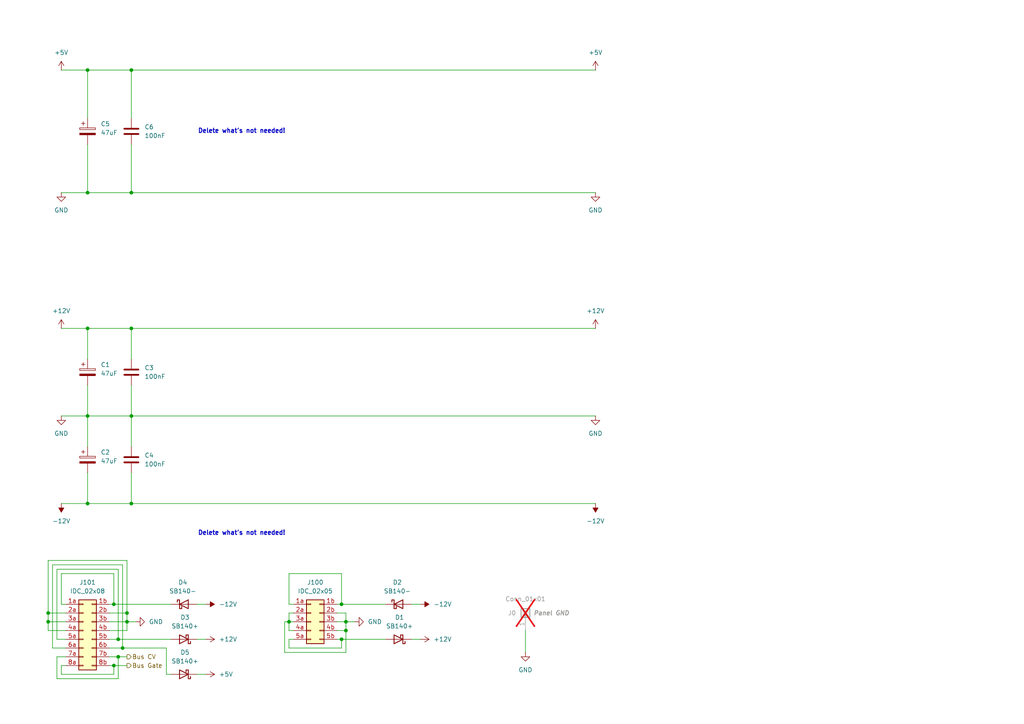
<source format=kicad_sch>
(kicad_sch (version 20231120) (generator "eeschema") (generator_version "8.0")
  (paper "A4")
  (title_block (title "Power Distribution") (company "DMH Instruments") (comment 1 "PCB for 10cm Kosmo format synthesizer module"))
  (lib_symbols
    (symbol "Connector_Generic:Conn_01x01" (pin_names (offset 1.016) hide)
      (property "Reference" "J" (at 0 2.54 0))
      (property "Value" "Conn_01x01" (at 0 -2.54 0))
      (symbol "Conn_01x01_1_1"
        (rectangle (start -1.27 0.127) (end 0 -0.127) (stroke (width 0.1524)))
        (rectangle (start -1.27 1.27) (end 1.27 -1.27) (stroke (width 0.254)) (fill (type background)))
        (pin passive line (at -5.08 0 0) (length 3.81) (name "Pin_1") (number "1"))
      )
    )
    (symbol "Device:C" (pin_numbers hide) (pin_names (offset 0.254))
      (property "Reference" "C" (at 0.635 2.54 0))
      (property "Value" "C" (at 0.635 -2.54 0))
      (symbol "C_0_1"
        (polyline (pts (xy -2.032 -0.762) (xy 2.032 -0.762)) (stroke (width 0.508)))
        (polyline (pts (xy -2.032 0.762) (xy 2.032 0.762)) (stroke (width 0.508)))
      )
      (symbol "C_1_1"
        (pin passive line (at 0 3.81 270) (length 2.794) (name "~") (number "1"))
        (pin passive line (at 0 -3.81 90) (length 2.794) (name "~") (number "2"))
      )
    )
    (symbol "Device:C_Polarized" (pin_numbers hide) (pin_names (offset 0.254))
      (property "Reference" "C" (at 0.635 2.54 0))
      (property "Value" "C_Polarized" (at 0.635 -2.54 0))
      (symbol "C_Polarized_0_1"
        (rectangle (start -2.286 0.508) (end 2.286 1.016))
        (polyline (pts (xy -1.778 2.286) (xy -0.762 2.286)))
        (polyline (pts (xy -1.27 2.794) (xy -1.27 1.778)))
        (rectangle (start 2.286 -0.508) (end -2.286 -1.016) (fill (type outline)))
      )
      (symbol "C_Polarized_1_1"
        (pin passive line (at 0 3.81 270) (length 2.794) (name "~") (number "1"))
        (pin passive line (at 0 -3.81 90) (length 2.794) (name "~") (number "2"))
      )
    )
    (symbol "SynthStuff:Eurorack_Power_Connector_10Pin" (pin_names (offset 1.016) hide)
      (property "Reference" "J" (at 0 -10.922 0))
      (property "Value" "IDC_02x05" (at 0 -8.382 0))
      (symbol "Eurorack_Power_Connector_10Pin_1_1"
        (rectangle (start -2.54 -4.953) (end -1.27 -5.207) (stroke (width 0.1524)))
        (rectangle (start -2.54 -2.413) (end -1.27 -2.667) (stroke (width 0.1524)))
        (rectangle (start -2.54 0.127) (end -1.27 -0.127) (stroke (width 0.1524)))
        (rectangle (start -2.54 2.667) (end -1.27 2.413) (stroke (width 0.1524)))
        (rectangle (start -2.54 5.207) (end -1.27 4.953) (stroke (width 0.1524)))
        (rectangle (start -2.54 6.35) (end 2.54 -6.35) (stroke (width 0.254)) (fill (type background)))
        (rectangle (start 2.54 -4.953) (end 1.27 -5.207) (stroke (width 0.1524)))
        (rectangle (start 2.54 -2.413) (end 1.27 -2.667) (stroke (width 0.1524)))
        (rectangle (start 2.54 0.127) (end 1.27 -0.127) (stroke (width 0.1524)))
        (rectangle (start 2.54 2.667) (end 1.27 2.413) (stroke (width 0.1524)))
        (rectangle (start 2.54 5.207) (end 1.27 4.953) (stroke (width 0.1524)))
        (pin power_out line (at -6.35 5.08 0) (length 3.81) (name "Pin_1a") (number "1a"))
        (pin passive line (at 6.35 5.08 180) (length 3.81) (name "Pin_1b") (number "1b"))
        (pin power_out line (at -6.35 2.54 0) (length 3.81) (name "Pin_2a") (number "2a"))
        (pin passive line (at 6.35 2.54 180) (length 3.81) (name "Pin_2b") (number "2b"))
        (pin passive line (at -6.35 0 0) (length 3.81) (name "Pin_3a") (number "3a"))
        (pin passive line (at 6.35 0 180) (length 3.81) (name "Pin_3b") (number "3b"))
        (pin passive line (at -6.35 -2.54 0) (length 3.81) (name "Pin_4a") (number "4a"))
        (pin passive line (at 6.35 -2.54 180) (length 3.81) (name "Pin_4b") (number "4b"))
        (pin power_out line (at -6.35 -5.08 0) (length 3.81) (name "Pin_5a") (number "5a"))
        (pin passive line (at 6.35 -5.08 180) (length 3.81) (name "Pin_5b") (number "5b"))
      )
    )
    (symbol "SynthStuff:Eurorack_Power_Connector_16Pin" (pin_names (offset 1.016) hide)
      (property "Reference" "J" (at 1.27 -16.51 0))
      (property "Value" "IDC_02x08" (at 1.27 -13.97 0))
      (symbol "Eurorack_Power_Connector_16Pin_1_1"
        (rectangle (start -1.27 -10.033) (end 0 -10.287) (stroke (width 0.1524)))
        (rectangle (start -1.27 -7.493) (end 0 -7.747) (stroke (width 0.1524)))
        (rectangle (start -1.27 -4.953) (end 0 -5.207) (stroke (width 0.1524)))
        (rectangle (start -1.27 -2.413) (end 0 -2.667) (stroke (width 0.1524)))
        (rectangle (start -1.27 0.127) (end 0 -0.127) (stroke (width 0.1524)))
        (rectangle (start -1.27 2.667) (end 0 2.413) (stroke (width 0.1524)))
        (rectangle (start -1.27 5.207) (end 0 4.953) (stroke (width 0.1524)))
        (rectangle (start -1.27 7.747) (end 0 7.493) (stroke (width 0.1524)))
        (rectangle (start -1.27 8.89) (end 3.81 -11.43) (stroke (width 0.254)) (fill (type background)))
        (rectangle (start 3.81 -10.033) (end 2.54 -10.287) (stroke (width 0.1524)))
        (rectangle (start 3.81 -7.493) (end 2.54 -7.747) (stroke (width 0.1524)))
        (rectangle (start 3.81 -4.953) (end 2.54 -5.207) (stroke (width 0.1524)))
        (rectangle (start 3.81 -2.413) (end 2.54 -2.667) (stroke (width 0.1524)))
        (rectangle (start 3.81 0.127) (end 2.54 -0.127) (stroke (width 0.1524)))
        (rectangle (start 3.81 2.667) (end 2.54 2.413) (stroke (width 0.1524)))
        (rectangle (start 3.81 5.207) (end 2.54 4.953) (stroke (width 0.1524)))
        (rectangle (start 3.81 7.747) (end 2.54 7.493) (stroke (width 0.1524)))
        (pin power_out line (at -5.08 7.62 0) (length 3.81) (name "Pin_1a") (number "1a"))
        (pin passive line (at 7.62 7.62 180) (length 3.81) (name "Pin_1b") (number "1b"))
        (pin power_out line (at -5.08 5.08 0) (length 3.81) (name "Pin_2a") (number "2a"))
        (pin passive line (at 7.62 5.08 180) (length 3.81) (name "Pin_2b") (number "2b"))
        (pin passive line (at -5.08 2.54 0) (length 3.81) (name "Pin_3a") (number "3a"))
        (pin passive line (at 7.62 2.54 180) (length 3.81) (name "Pin_3b") (number "3b"))
        (pin passive line (at -5.08 0 0) (length 3.81) (name "Pin_4a") (number "4a"))
        (pin passive line (at 7.62 0 180) (length 3.81) (name "Pin_4b") (number "4b"))
        (pin power_out line (at -5.08 -2.54 0) (length 3.81) (name "Pin_5a") (number "5a"))
        (pin passive line (at 7.62 -2.54 180) (length 3.81) (name "Pin_5b") (number "5b"))
        (pin power_out line (at -5.08 -5.08 0) (length 3.81) (name "Pin_6a") (number "6a"))
        (pin passive line (at 7.62 -5.08 180) (length 3.81) (name "Pin_6b") (number "6b"))
        (pin passive line (at -5.08 -7.62 0) (length 3.81) (name "Pin_7a") (number "7a"))
        (pin passive line (at 7.62 -7.62 180) (length 3.81) (name "Pin_7b") (number "7b"))
        (pin passive line (at -5.08 -10.16 0) (length 3.81) (name "Pin_8a") (number "8a"))
        (pin passive line (at 7.62 -10.16 180) (length 3.81) (name "Pin_8b") (number "8b"))
      )
    )
    (symbol "SynthStuff:Power_Bus_Schotty_+" (pin_numbers hide) (pin_names (offset 1.016) hide)
      (property "Reference" "D" (at 0 2.54 0))
      (property "Value" "SB140+" (at 0 -2.54 0))
      (symbol "Power_Bus_Schotty_+_0_1"
        (polyline (pts (xy 1.27 0) (xy -1.27 0)))
        (polyline (pts (xy 1.27 1.27) (xy 1.27 -1.27) (xy -1.27 0) (xy 1.27 1.27)) (stroke (width 0.254)))
        (polyline (pts (xy -1.905 0.635) (xy -1.905 1.27) (xy -1.27 1.27) (xy -1.27 -1.27) (xy -0.635 -1.27) (xy -0.635 -0.635)) (stroke (width 0.254)))
      )
      (symbol "Power_Bus_Schotty_+_1_1"
        (pin power_out line (at -3.81 0 0) (length 2.54) (name "K") (number "1"))
        (pin power_in line (at 3.81 0 180) (length 2.54) (name "A") (number "2"))
      )
    )
    (symbol "SynthStuff:Power_Bus_Schotty_-" (pin_numbers hide) (pin_names (offset 1.016) hide)
      (property "Reference" "D" (at 0 2.54 0))
      (property "Value" "SB140-" (at 0 -2.54 0))
      (symbol "Power_Bus_Schotty_-_0_1"
        (polyline (pts (xy 1.27 0) (xy -1.27 0)))
        (polyline (pts (xy 1.27 1.27) (xy 1.27 -1.27) (xy -1.27 0) (xy 1.27 1.27)) (stroke (width 0.254)))
        (polyline (pts (xy -1.905 0.635) (xy -1.905 1.27) (xy -1.27 1.27) (xy -1.27 -1.27) (xy -0.635 -1.27) (xy -0.635 -0.635)) (stroke (width 0.254)))
      )
      (symbol "Power_Bus_Schotty_-_1_1"
        (pin power_in line (at -3.81 0 0) (length 2.54) (name "K") (number "1"))
        (pin power_out line (at 3.81 0 180) (length 2.54) (name "A") (number "2"))
      )
    )
    (symbol "power:+12V" (power) (pin_numbers hide) (pin_names (offset 0) hide)
      (property "Value" "+12V" (at 0 3.556 0))
      (symbol "+12V_0_1"
        (polyline (pts (xy -0.762 1.27) (xy 0 2.54)))
        (polyline (pts (xy 0 0) (xy 0 2.54)))
        (polyline (pts (xy 0 2.54) (xy 0.762 1.27)))
      )
      (symbol "+12V_1_1"
        (pin power_in line (at 0 0 90) (length 0) (name "~") (number "1"))
      )
    )
    (symbol "power:+5V" (power) (pin_numbers hide) (pin_names (offset 0) hide)
      (property "Value" "+5V" (at 0 3.556 0))
      (symbol "+5V_0_1"
        (polyline (pts (xy -0.762 1.27) (xy 0 2.54)))
        (polyline (pts (xy 0 0) (xy 0 2.54)))
        (polyline (pts (xy 0 2.54) (xy 0.762 1.27)))
      )
      (symbol "+5V_1_1"
        (pin power_in line (at 0 0 90) (length 0) (name "~") (number "1"))
      )
    )
    (symbol "power:-12V" (power) (pin_numbers hide) (pin_names (offset 0) hide)
      (property "Value" "-12V" (at 0 3.556 0))
      (symbol "-12V_0_0"
        (pin power_in line (at 0 0 90) (length 0) (name "~") (number "1"))
      )
      (symbol "-12V_0_1"
        (polyline (pts (xy 0 0) (xy 0 1.27) (xy 0.762 1.27) (xy 0 2.54) (xy -0.762 1.27) (xy 0 1.27)) (fill (type outline)))
      )
    )
    (symbol "power:GND" (power) (pin_numbers hide) (pin_names (offset 0) hide)
      (property "Value" "GND" (at 0 -3.81 0))
      (symbol "GND_0_1"
        (polyline (pts (xy 0 0) (xy 0 -1.27) (xy 1.27 -1.27) (xy 0 -2.54) (xy -1.27 -1.27) (xy 0 -1.27)))
      )
      (symbol "GND_1_1"
        (pin power_in line (at 0 0 270) (length 0) (name "~") (number "1"))
      )
    )
  )
  (junction (at 33.02 193.04))
  (junction (at 38.1 95.25))
  (junction (at 25.4 146.05))
  (junction (at 33.02 175.26))
  (junction (at 100.33 182.88))
  (junction (at 36.83 180.34))
  (junction (at 35.56 187.96))
  (junction (at 34.29 185.42))
  (junction (at 38.1 120.65))
  (junction (at 99.06 175.26))
  (junction (at 83.82 180.34))
  (junction (at 38.1 146.05))
  (junction (at 38.1 55.88))
  (junction (at 36.83 177.8))
  (junction (at 13.97 180.34))
  (junction (at 99.06 185.42))
  (junction (at 25.4 20.32))
  (junction (at 34.29 190.5))
  (junction (at 13.97 177.8))
  (junction (at 100.33 180.34))
  (junction (at 25.4 120.65))
  (junction (at 38.1 20.32))
  (junction (at 25.4 55.88))
  (junction (at 25.4 95.25))
  (wire (pts (xy 33.02 193.04) (xy 36.83 193.04)))
  (wire (pts (xy 25.4 20.32) (xy 25.4 34.29)))
  (wire (pts (xy 83.82 175.26) (xy 83.82 166.37)))
  (wire (pts (xy 38.1 55.88) (xy 172.72 55.88)))
  (wire (pts (xy 100.33 182.88) (xy 100.33 180.34)))
  (wire (pts (xy 13.97 162.56) (xy 13.97 177.8)))
  (wire (pts (xy 33.02 195.58) (xy 33.02 193.04)))
  (wire (pts (xy 25.4 146.05) (xy 38.1 146.05)))
  (wire (pts (xy 15.24 163.83) (xy 35.56 163.83)))
  (wire (pts (xy 100.33 177.8) (xy 100.33 180.34)))
  (wire (pts (xy 99.06 166.37) (xy 99.06 175.26)))
  (wire (pts (xy 35.56 163.83) (xy 35.56 187.96)))
  (wire (pts (xy 17.78 120.65) (xy 25.4 120.65)))
  (wire (pts (xy 13.97 180.34) (xy 13.97 177.8)))
  (wire (pts (xy 35.56 187.96) (xy 48.26 187.96)))
  (wire (pts (xy 83.82 180.34) (xy 85.09 180.34)))
  (wire (pts (xy 34.29 165.1) (xy 34.29 185.42)))
  (wire (pts (xy 17.78 20.32) (xy 25.4 20.32)))
  (wire (pts (xy 99.06 185.42) (xy 111.76 185.42)))
  (wire (pts (xy 97.79 177.8) (xy 100.33 177.8)))
  (wire (pts (xy 83.82 180.34) (xy 83.82 177.8)))
  (wire (pts (xy 19.05 180.34) (xy 13.97 180.34)))
  (wire (pts (xy 119.38 185.42) (xy 121.92 185.42)))
  (wire (pts (xy 99.06 187.96) (xy 99.06 185.42)))
  (wire (pts (xy 19.05 185.42) (xy 16.51 185.42)))
  (wire (pts (xy 38.1 20.32) (xy 38.1 34.29)))
  (wire (pts (xy 25.4 95.25) (xy 25.4 104.14)))
  (wire (pts (xy 38.1 41.91) (xy 38.1 55.88)))
  (wire (pts (xy 83.82 166.37) (xy 99.06 166.37)))
  (wire (pts (xy 99.06 175.26) (xy 111.76 175.26)))
  (wire (pts (xy 34.29 190.5) (xy 34.29 196.85)))
  (wire (pts (xy 100.33 189.23) (xy 100.33 182.88)))
  (wire (pts (xy 17.78 95.25) (xy 25.4 95.25)))
  (wire (pts (xy 31.75 185.42) (xy 34.29 185.42)))
  (wire (pts (xy 19.05 177.8) (xy 13.97 177.8)))
  (wire (pts (xy 36.83 162.56) (xy 13.97 162.56)))
  (wire (pts (xy 31.75 182.88) (xy 36.83 182.88)))
  (wire (pts (xy 31.75 187.96) (xy 35.56 187.96)))
  (wire (pts (xy 83.82 187.96) (xy 99.06 187.96)))
  (wire (pts (xy 19.05 182.88) (xy 13.97 182.88)))
  (wire (pts (xy 25.4 95.25) (xy 38.1 95.25)))
  (wire (pts (xy 31.75 193.04) (xy 33.02 193.04)))
  (wire (pts (xy 34.29 185.42) (xy 49.53 185.42)))
  (wire (pts (xy 85.09 175.26) (xy 83.82 175.26)))
  (wire (pts (xy 25.4 20.32) (xy 38.1 20.32)))
  (wire (pts (xy 34.29 190.5) (xy 36.83 190.5)))
  (wire (pts (xy 97.79 185.42) (xy 99.06 185.42)))
  (wire (pts (xy 83.82 177.8) (xy 85.09 177.8)))
  (wire (pts (xy 38.1 120.65) (xy 172.72 120.65)))
  (wire (pts (xy 36.83 177.8) (xy 36.83 162.56)))
  (wire (pts (xy 31.75 180.34) (xy 36.83 180.34)))
  (wire (pts (xy 152.4 182.88) (xy 152.4 189.23)))
  (wire (pts (xy 19.05 175.26) (xy 17.78 175.26)))
  (wire (pts (xy 100.33 180.34) (xy 102.87 180.34)))
  (wire (pts (xy 19.05 190.5) (xy 16.51 190.5)))
  (wire (pts (xy 31.75 175.26) (xy 33.02 175.26)))
  (wire (pts (xy 38.1 95.25) (xy 38.1 104.14)))
  (wire (pts (xy 85.09 182.88) (xy 83.82 182.88)))
  (wire (pts (xy 19.05 187.96) (xy 15.24 187.96)))
  (wire (pts (xy 48.26 195.58) (xy 49.53 195.58)))
  (wire (pts (xy 57.15 175.26) (xy 59.69 175.26)))
  (wire (pts (xy 57.15 185.42) (xy 59.69 185.42)))
  (wire (pts (xy 83.82 182.88) (xy 83.82 180.34)))
  (wire (pts (xy 36.83 182.88) (xy 36.83 180.34)))
  (wire (pts (xy 25.4 111.76) (xy 25.4 120.65)))
  (wire (pts (xy 25.4 120.65) (xy 25.4 129.54)))
  (wire (pts (xy 85.09 185.42) (xy 83.82 185.42)))
  (wire (pts (xy 38.1 95.25) (xy 172.72 95.25)))
  (wire (pts (xy 16.51 165.1) (xy 34.29 165.1)))
  (wire (pts (xy 97.79 175.26) (xy 99.06 175.26)))
  (wire (pts (xy 33.02 166.37) (xy 33.02 175.26)))
  (wire (pts (xy 25.4 41.91) (xy 25.4 55.88)))
  (wire (pts (xy 38.1 137.16) (xy 38.1 146.05)))
  (wire (pts (xy 17.78 166.37) (xy 33.02 166.37)))
  (wire (pts (xy 31.75 190.5) (xy 34.29 190.5)))
  (wire (pts (xy 17.78 195.58) (xy 33.02 195.58)))
  (wire (pts (xy 38.1 111.76) (xy 38.1 120.65)))
  (wire (pts (xy 16.51 196.85) (xy 34.29 196.85)))
  (wire (pts (xy 83.82 185.42) (xy 83.82 187.96)))
  (wire (pts (xy 25.4 55.88) (xy 38.1 55.88)))
  (wire (pts (xy 97.79 180.34) (xy 100.33 180.34)))
  (wire (pts (xy 38.1 20.32) (xy 172.72 20.32)))
  (wire (pts (xy 25.4 55.88) (xy 17.78 55.88)))
  (wire (pts (xy 33.02 175.26) (xy 49.53 175.26)))
  (wire (pts (xy 57.15 195.58) (xy 59.69 195.58)))
  (wire (pts (xy 25.4 137.16) (xy 25.4 146.05)))
  (wire (pts (xy 97.79 182.88) (xy 100.33 182.88)))
  (wire (pts (xy 119.38 175.26) (xy 121.92 175.26)))
  (wire (pts (xy 83.82 180.34) (xy 82.55 180.34)))
  (wire (pts (xy 17.78 193.04) (xy 17.78 195.58)))
  (wire (pts (xy 82.55 189.23) (xy 100.33 189.23)))
  (wire (pts (xy 16.51 190.5) (xy 16.51 196.85)))
  (wire (pts (xy 38.1 146.05) (xy 172.72 146.05)))
  (wire (pts (xy 19.05 193.04) (xy 17.78 193.04)))
  (wire (pts (xy 17.78 146.05) (xy 25.4 146.05)))
  (wire (pts (xy 48.26 187.96) (xy 48.26 195.58)))
  (wire (pts (xy 36.83 180.34) (xy 39.37 180.34)))
  (wire (pts (xy 31.75 177.8) (xy 36.83 177.8)))
  (wire (pts (xy 13.97 182.88) (xy 13.97 180.34)))
  (wire (pts (xy 15.24 187.96) (xy 15.24 163.83)))
  (wire (pts (xy 16.51 185.42) (xy 16.51 165.1)))
  (wire (pts (xy 17.78 175.26) (xy 17.78 166.37)))
  (wire (pts (xy 36.83 180.34) (xy 36.83 177.8)))
  (wire (pts (xy 82.55 180.34) (xy 82.55 189.23)))
  (wire (pts (xy 38.1 120.65) (xy 38.1 129.54)))
  (wire (pts (xy 25.4 120.65) (xy 38.1 120.65)))
  (text "Delete what's not needed!" (exclude_from_sim yes) (at 70.104 154.686 0) (effects (font (size 1.27 1.27) (thickness 0.254) (bold yes))))
  (text "Delete what's not needed!" (exclude_from_sim yes) (at 70.104 38.1 0) (effects (font (size 1.27 1.27) (thickness 0.254) (bold yes))))
  (hierarchical_label "Bus Gate" (shape output) (at 36.83 193.04 0))
  (hierarchical_label "Bus CV" (shape output) (at 36.83 190.5 0))
  (symbol (lib_id "Device:C") (at 38.1 107.95 0) (unit 1)
    (property "Reference" "C3" (at 41.91 106.6799 0) (effects (justify left)))
    (property "Value" "100nF" (at 41.91 109.2199 0) (effects (justify left)))
    (property "Footprint" "Capacitor_THT:C_Disc_D4.3mm_W1.9mm_P5.00mm" (effects (hide yes)))
    (property "Description" "Unpolarized capacitor" (effects (hide yes)))
  )
  (symbol (lib_id "SynthStuff:Power_Bus_Schotty_-") (at 115.57 175.26 0) (unit 1)
    (property "Reference" "D2" (at 115.2525 168.91 0))
    (property "Value" "SB140-" (at 115.2525 171.45 0))
    (property "Footprint" "Diode_THT:D_DO-41_SOD81_P10.16mm_Horizontal" (effects (hide yes)))
    (property "Datasheet" "http://www.diodes.com/_files/datasheets/ds23022.pdf" (effects (hide yes)))
    (property "Description" "40V 1A Schottky Barrier Rectifier Diode, DO-41" (effects (hide yes)))
  )
  (symbol (lib_id "power:+5V") (at 172.72 20.32 0) (unit 1)
    (property "Reference" "#PWR011" (effects (hide yes)))
    (property "Value" "+5V" (at 172.72 15.24 0))
    (property "Description" "Power symbol creates a global label with name \"+5V\"" (effects (hide yes)))
  )
  (symbol (lib_id "power:+5V") (at 17.78 20.32 0) (unit 1)
    (property "Reference" "#PWR09" (effects (hide yes)))
    (property "Value" "+5V" (at 17.78 15.24 0))
    (property "Description" "Power symbol creates a global label with name \"+5V\"" (effects (hide yes)))
  )
  (symbol (lib_id "Device:C_Polarized") (at 25.4 133.35 0) (unit 1)
    (property "Reference" "C2" (at 29.21 131.1909 0) (effects (justify left)))
    (property "Value" "47uF" (at 29.21 133.7309 0) (effects (justify left)))
    (property "Footprint" "Capacitor_THT:CP_Radial_D5.0mm_P2.00mm" (effects (hide yes)))
    (property "Description" "Polarized capacitor" (effects (hide yes)))
  )
  (symbol (lib_id "power:+12V") (at 59.69 185.42 270) (unit 1)
    (property "Reference" "#PWR02" (effects (hide yes)))
    (property "Value" "+12V" (at 63.5 185.4199 90) (effects (justify left)))
    (property "Description" "Power symbol creates a global label with name \"+12V\"" (effects (hide yes)))
  )
  (symbol (lib_id "power:+12V") (at 17.78 95.25 0) (unit 1)
    (property "Reference" "#PWR013" (effects (hide yes)))
    (property "Value" "+12V" (at 17.78 90.17 0))
    (property "Description" "Power symbol creates a global label with name \"+12V\"" (effects (hide yes)))
  )
  (symbol (lib_id "power:GND") (at 17.78 55.88 0) (unit 1)
    (property "Reference" "#PWR010" (effects (hide yes)))
    (property "Value" "GND" (at 17.78 60.96 0))
    (property "Description" "Power symbol creates a global label with name \"GND\" , ground" (effects (hide yes)))
  )
  (symbol (lib_id "power:-12V") (at 121.92 175.26 270) (unit 1)
    (property "Reference" "#PWR06" (effects (hide yes)))
    (property "Value" "-12V" (at 125.73 175.2599 90) (effects (justify left)))
    (property "Description" "Power symbol creates a global label with name \"-12V\"" (effects (hide yes)))
  )
  (symbol (lib_id "power:GND") (at 39.37 180.34 90) (unit 1)
    (property "Reference" "#PWR04" (effects (hide yes)))
    (property "Value" "GND" (at 43.18 180.3399 90) (effects (justify right)))
    (property "Description" "Power symbol creates a global label with name \"GND\" , ground" (effects (hide yes)))
  )
  (symbol (lib_id "power:-12V") (at 17.78 146.05 180) (unit 1)
    (property "Reference" "#PWR017" (effects (hide yes)))
    (property "Value" "-12V" (at 17.78 151.13 0))
    (property "Description" "Power symbol creates a global label with name \"-12V\"" (effects (hide yes)))
  )
  (symbol (lib_id "power:+5V") (at 59.69 195.58 270) (unit 1)
    (property "Reference" "#PWR03" (effects (hide yes)))
    (property "Value" "+5V" (at 63.5 195.5799 90) (effects (justify left)))
    (property "Description" "Power symbol creates a global label with name \"+5V\"" (effects (hide yes)))
  )
  (symbol (lib_id "power:GND") (at 152.4 189.23 0) (unit 1)
    (property "Reference" "#PWR08" (effects (hide yes)))
    (property "Value" "GND" (at 152.4 194.31 0))
    (property "Description" "Power symbol creates a global label with name \"GND\" , ground" (effects (hide yes)))
  )
  (symbol (lib_id "Connector_Generic:Conn_01x01") (at 152.4 177.8 90) (unit 1) (in_bom no) (dnp yes)
    (property "Reference" "J0" (at 147.32 177.8 90) (effects (justify right)))
    (property "Value" "Conn_01x01" (at 152.4 173.736 90))
    (property "Footprint" "Connector_PinHeader_2.54mm:PinHeader_1x01_P2.54mm_Vertical" (effects (hide yes)))
    (property "Description" "Generic connector, single row, 01x01, script generated (kicad-library-utils/schlib/autogen/connector/)" (effects (hide yes)))
    (property "Function" "Panel GND" (at 160.02 177.8 90) (effects (font (thickness 0.254) (bold yes) (italic yes))))
  )
  (symbol (lib_id "power:GND") (at 102.87 180.34 90) (unit 1)
    (property "Reference" "#PWR05" (effects (hide yes)))
    (property "Value" "GND" (at 106.68 180.3399 90) (effects (justify right)))
    (property "Description" "Power symbol creates a global label with name \"GND\" , ground" (effects (hide yes)))
  )
  (symbol (lib_id "Device:C") (at 38.1 133.35 0) (unit 1)
    (property "Reference" "C4" (at 41.91 132.0799 0) (effects (justify left)))
    (property "Value" "100nF" (at 41.91 134.6199 0) (effects (justify left)))
    (property "Footprint" "Capacitor_THT:C_Disc_D4.3mm_W1.9mm_P5.00mm" (effects (hide yes)))
    (property "Description" "Unpolarized capacitor" (effects (hide yes)))
  )
  (symbol (lib_id "power:+12V") (at 121.92 185.42 270) (unit 1)
    (property "Reference" "#PWR07" (effects (hide yes)))
    (property "Value" "+12V" (at 125.73 185.4199 90) (effects (justify left)))
    (property "Description" "Power symbol creates a global label with name \"+12V\"" (effects (hide yes)))
  )
  (symbol (lib_id "power:GND") (at 17.78 120.65 0) (unit 1)
    (property "Reference" "#PWR015" (effects (hide yes)))
    (property "Value" "GND" (at 17.78 125.73 0))
    (property "Description" "Power symbol creates a global label with name \"GND\" , ground" (effects (hide yes)))
  )
  (symbol (lib_id "Device:C_Polarized") (at 25.4 38.1 0) (unit 1)
    (property "Reference" "C5" (at 29.21 35.9409 0) (effects (justify left)))
    (property "Value" "47uF" (at 29.21 38.4809 0) (effects (justify left)))
    (property "Footprint" "Capacitor_THT:CP_Radial_D4.0mm_P1.50mm" (effects (hide yes)))
    (property "Description" "Polarized capacitor" (effects (hide yes)))
  )
  (symbol (lib_id "power:-12V") (at 59.69 175.26 270) (unit 1)
    (property "Reference" "#PWR01" (effects (hide yes)))
    (property "Value" "-12V" (at 63.5 175.2599 90) (effects (justify left)))
    (property "Description" "Power symbol creates a global label with name \"-12V\"" (effects (hide yes)))
  )
  (symbol (lib_id "power:+12V") (at 172.72 95.25 0) (unit 1)
    (property "Reference" "#PWR014" (effects (hide yes)))
    (property "Value" "+12V" (at 172.72 90.17 0))
    (property "Description" "Power symbol creates a global label with name \"+12V\"" (effects (hide yes)))
  )
  (symbol (lib_id "power:GND") (at 172.72 120.65 0) (unit 1)
    (property "Reference" "#PWR016" (effects (hide yes)))
    (property "Value" "GND" (at 172.72 125.73 0))
    (property "Description" "Power symbol creates a global label with name \"GND\" , ground" (effects (hide yes)))
  )
  (symbol (lib_id "SynthStuff:Power_Bus_Schotty_-") (at 53.34 175.26 0) (unit 1)
    (property "Reference" "D4" (at 53.0225 168.91 0))
    (property "Value" "SB140-" (at 53.0225 171.45 0))
    (property "Footprint" "Diode_THT:D_DO-41_SOD81_P10.16mm_Horizontal" (effects (hide yes)))
    (property "Datasheet" "http://www.diodes.com/_files/datasheets/ds23022.pdf" (effects (hide yes)))
    (property "Description" "40V 1A Schottky Barrier Rectifier Diode, DO-41" (effects (hide yes)))
  )
  (symbol (lib_id "SynthStuff:Power_Bus_Schotty_+") (at 53.34 185.42 180) (unit 1)
    (property "Reference" "D3" (at 53.6575 179.07 0))
    (property "Value" "SB140+" (at 53.6575 181.61 0))
    (property "Footprint" "Diode_THT:D_DO-41_SOD81_P10.16mm_Horizontal" (effects (hide yes)))
    (property "Datasheet" "http://www.diodes.com/_files/datasheets/ds23022.pdf" (effects (hide yes)))
    (property "Description" "40V 1A Schottky Barrier Rectifier Diode, DO-41" (effects (hide yes)))
  )
  (symbol (lib_id "SynthStuff:Power_Bus_Schotty_+") (at 53.34 195.58 180) (unit 1)
    (property "Reference" "D5" (at 53.6575 189.23 0))
    (property "Value" "SB140+" (at 53.6575 191.77 0))
    (property "Footprint" "Diode_THT:D_DO-41_SOD81_P10.16mm_Horizontal" (effects (hide yes)))
    (property "Datasheet" "http://www.diodes.com/_files/datasheets/ds23022.pdf" (effects (hide yes)))
    (property "Description" "40V 1A Schottky Barrier Rectifier Diode, DO-41" (effects (hide yes)))
  )
  (symbol (lib_id "Device:C") (at 38.1 38.1 0) (unit 1)
    (property "Reference" "C6" (at 41.91 36.8299 0) (effects (justify left)))
    (property "Value" "100nF" (at 41.91 39.3699 0) (effects (justify left)))
    (property "Footprint" "Capacitor_THT:C_Disc_D4.3mm_W1.9mm_P5.00mm" (effects (hide yes)))
    (property "Description" "Unpolarized capacitor" (effects (hide yes)))
  )
  (symbol (lib_id "SynthStuff:Power_Bus_Schotty_+") (at 115.57 185.42 180) (unit 1)
    (property "Reference" "D1" (at 115.8875 179.07 0))
    (property "Value" "SB140+" (at 115.8875 181.61 0))
    (property "Footprint" "Diode_THT:D_DO-41_SOD81_P10.16mm_Horizontal" (effects (hide yes)))
    (property "Datasheet" "http://www.diodes.com/_files/datasheets/ds23022.pdf" (effects (hide yes)))
    (property "Description" "40V 1A Schottky Barrier Rectifier Diode, DO-41" (effects (hide yes)))
  )
  (symbol (lib_id "SynthStuff:Eurorack_Power_Connector_10Pin") (at 91.44 180.34 0) (unit 1)
    (property "Reference" "J100" (at 91.44 168.91 0))
    (property "Value" "IDC_02x05" (at 91.44 171.45 0))
    (property "Footprint" "SynthStuff:IDC-Header_2x05_P2.54mm_Vertical_Eurorack" (effects (hide yes)))
    (property "Description" "IDC jack, 2x5 pins, row a carries same signals as row b." (effects (hide yes)))
  )
  (symbol (lib_id "Device:C_Polarized") (at 25.4 107.95 0) (unit 1)
    (property "Reference" "C1" (at 29.21 105.7909 0) (effects (justify left)))
    (property "Value" "47uF" (at 29.21 108.3309 0) (effects (justify left)))
    (property "Footprint" "Capacitor_THT:CP_Radial_D5.0mm_P2.00mm" (effects (hide yes)))
    (property "Description" "Polarized capacitor" (effects (hide yes)))
  )
  (symbol (lib_id "power:-12V") (at 172.72 146.05 180) (unit 1)
    (property "Reference" "#PWR018" (effects (hide yes)))
    (property "Value" "-12V" (at 172.72 151.13 0))
    (property "Description" "Power symbol creates a global label with name \"-12V\"" (effects (hide yes)))
  )
  (symbol (lib_id "SynthStuff:Eurorack_Power_Connector_16Pin") (at 24.13 182.88 0) (unit 1)
    (property "Reference" "J101" (at 25.4 168.91 0))
    (property "Value" "IDC_02x08" (at 25.4 171.45 0))
    (property "Footprint" "SynthStuff:IDC-Header_2x08_P2.54mm_Vertical_Eurorack" (effects (hide yes)))
    (property "Description" "IDC jack, 2x8 pins, row a carries same signals as row b." (effects (hide yes)))
  )
  (symbol (lib_id "power:GND") (at 172.72 55.88 0) (unit 1)
    (property "Reference" "#PWR012" (effects (hide yes)))
    (property "Value" "GND" (at 172.72 60.96 0))
    (property "Description" "Power symbol creates a global label with name \"GND\" , ground" (effects (hide yes)))
  )
)
</source>
